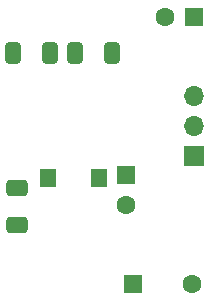
<source format=gbr>
%TF.GenerationSoftware,KiCad,Pcbnew,8.0.1-rc1*%
%TF.CreationDate,2024-10-01T19:15:30-07:00*%
%TF.ProjectId,LM2670SX-Carrier-SMD-inductor,4c4d3236-3730-4535-982d-436172726965,rev?*%
%TF.SameCoordinates,Original*%
%TF.FileFunction,Soldermask,Bot*%
%TF.FilePolarity,Negative*%
%FSLAX46Y46*%
G04 Gerber Fmt 4.6, Leading zero omitted, Abs format (unit mm)*
G04 Created by KiCad (PCBNEW 8.0.1-rc1) date 2024-10-01 19:15:30*
%MOMM*%
%LPD*%
G01*
G04 APERTURE LIST*
G04 Aperture macros list*
%AMRoundRect*
0 Rectangle with rounded corners*
0 $1 Rounding radius*
0 $2 $3 $4 $5 $6 $7 $8 $9 X,Y pos of 4 corners*
0 Add a 4 corners polygon primitive as box body*
4,1,4,$2,$3,$4,$5,$6,$7,$8,$9,$2,$3,0*
0 Add four circle primitives for the rounded corners*
1,1,$1+$1,$2,$3*
1,1,$1+$1,$4,$5*
1,1,$1+$1,$6,$7*
1,1,$1+$1,$8,$9*
0 Add four rect primitives between the rounded corners*
20,1,$1+$1,$2,$3,$4,$5,0*
20,1,$1+$1,$4,$5,$6,$7,0*
20,1,$1+$1,$6,$7,$8,$9,0*
20,1,$1+$1,$8,$9,$2,$3,0*%
G04 Aperture macros list end*
%ADD10RoundRect,0.250000X0.412500X0.650000X-0.412500X0.650000X-0.412500X-0.650000X0.412500X-0.650000X0*%
%ADD11R,1.450000X1.490000*%
%ADD12RoundRect,0.250000X-0.650000X0.412500X-0.650000X-0.412500X0.650000X-0.412500X0.650000X0.412500X0*%
%ADD13R,1.700000X1.700000*%
%ADD14O,1.700000X1.700000*%
%ADD15R,1.600000X1.600000*%
%ADD16C,1.600000*%
G04 APERTURE END LIST*
D10*
%TO.C,R1*%
X181800492Y-92784981D03*
X178675492Y-92784981D03*
%TD*%
D11*
%TO.C,D2*%
X176374583Y-103326798D03*
X180724583Y-103326798D03*
%TD*%
D12*
%TO.C,C4*%
X173796818Y-104170090D03*
X173796818Y-107295090D03*
%TD*%
D10*
%TO.C,C3*%
X176554876Y-92796435D03*
X173429876Y-92796435D03*
%TD*%
D13*
%TO.C,J1*%
X188747700Y-101470200D03*
D14*
X188747700Y-98930200D03*
X188747700Y-96390200D03*
%TD*%
D15*
%TO.C,C2*%
X183049019Y-103113785D03*
D16*
X183049019Y-105613785D03*
%TD*%
D15*
%TO.C,C1*%
X188788945Y-89705684D03*
D16*
X186288945Y-89705684D03*
%TD*%
D15*
%TO.C,C5*%
X183607426Y-112364040D03*
D16*
X188607426Y-112364040D03*
%TD*%
M02*

</source>
